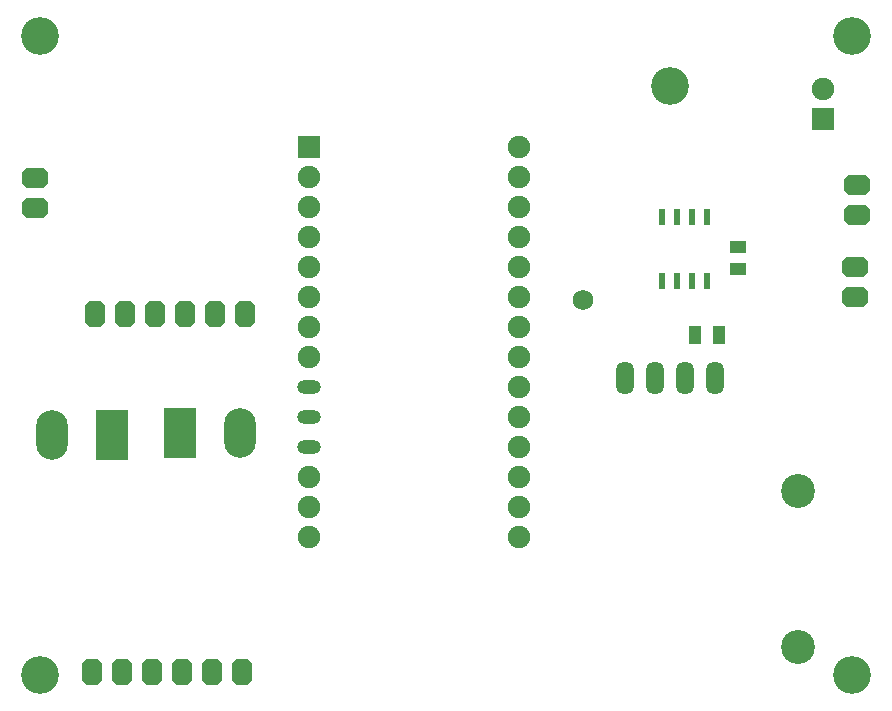
<source format=gbs>
%FSTAX25Y25*%
%MOIN*%
%SFA1B1*%

%IPPOS*%
%AMD30*
4,1,8,-0.034000,0.027000,-0.034000,-0.027000,-0.017000,-0.044000,0.017000,-0.044000,0.034000,-0.027000,0.034000,0.027000,0.017000,0.044000,-0.017000,0.044000,-0.034000,0.027000,0.0*
%
%AMD31*
4,1,8,-0.027000,-0.034000,0.027000,-0.034000,0.044000,-0.017000,0.044000,0.017000,0.027000,0.034000,-0.027000,0.034000,-0.044000,0.017000,-0.044000,-0.017000,-0.027000,-0.034000,0.0*
%
%ADD18R,0.057000X0.044000*%
%ADD24R,0.039500X0.059180*%
%ADD27C,0.068000*%
%ADD28O,0.106420X0.165480*%
%ADD29R,0.106420X0.165480*%
G04~CAMADD=30~4~0.0~0.0~880.0~680.0~0.0~170.0~0~0.0~0.0~0.0~0.0~0~0.0~0.0~0.0~0.0~0~0.0~0.0~0.0~90.0~680.0~880.0*
%ADD30D30*%
G04~CAMADD=31~4~0.0~0.0~880.0~680.0~0.0~170.0~0~0.0~0.0~0.0~0.0~0~0.0~0.0~0.0~0.0~0~0.0~0.0~0.0~180.0~880.0~680.0*
%ADD31D31*%
%ADD32C,0.126110*%
%ADD33O,0.059500X0.110990*%
%ADD34C,0.074930*%
%ADD35O,0.078870X0.047370*%
%ADD36R,0.074930X0.074930*%
%ADD37R,0.074930X0.074930*%
%ADD38C,0.113120*%
%ADD55R,0.022000X0.057500*%
%LNriver_level_sensor_datalogger-1*%
%LPD*%
G54D18*
X02427Y015245D03*
Y014535D03*
G54D24*
X0236137Y01234D03*
X0228263D03*
G54D27*
X0191109Y01349D03*
G54D28*
X0076657Y0090695D03*
X0013928Y0089833D03*
G54D29*
X0056657Y0090695D03*
X0033928Y0089833D03*
G54D30*
X0028295Y0130372D03*
X0038295D03*
X0048294D03*
X0058294D03*
X0078294D03*
X0068295D03*
X0027409Y0011081D03*
X0037409D03*
X0047409D03*
X0057409D03*
X0077409D03*
X0067409D03*
G54D31*
X02817Y01359D03*
Y01459D03*
X02822Y01734D03*
Y01634D03*
X0008137Y016555D03*
Y017555D03*
G54D32*
X022Y02063D03*
X0010007Y022299D03*
X0280775D03*
X0010007Y0009998D03*
X02807Y00099D03*
G54D33*
X0235Y01088D03*
X0225D03*
X0215D03*
X0205D03*
G54D34*
X01697Y00559D03*
Y00659D03*
Y00759D03*
Y00859D03*
Y00959D03*
Y01059D03*
Y01159D03*
Y01259D03*
Y01359D03*
Y01459D03*
Y01559D03*
Y01659D03*
Y01759D03*
X00997Y00559D03*
Y00659D03*
Y00759D03*
Y01159D03*
Y01259D03*
Y01359D03*
Y01459D03*
Y01559D03*
Y01659D03*
Y01759D03*
X01697Y01859D03*
X0271031Y0205432D03*
G54D35*
X00997Y00859D03*
Y00959D03*
Y01059D03*
G54D36*
X00997Y01859D03*
G54D37*
X0271031Y0195431D03*
G54D38*
X0262665Y0019132D03*
Y007114D03*
G54D55*
X02322Y0162625D03*
X02272D03*
X02222D03*
X02172D03*
Y0141175D03*
X02222D03*
X02272D03*
X02322D03*
M02*
</source>
